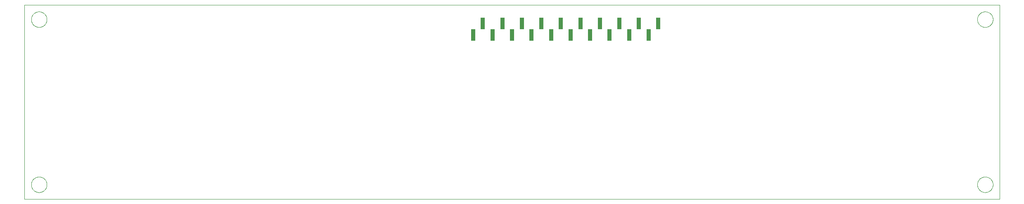
<source format=gbp>
G75*
%MOIN*%
%OFA0B0*%
%FSLAX25Y25*%
%IPPOS*%
%LPD*%
%AMOC8*
5,1,8,0,0,1.08239X$1,22.5*
%
%ADD10C,0.00000*%
%ADD11R,0.03346X0.09252*%
D10*
X0001000Y0001000D02*
X0001000Y0158480D01*
X0788402Y0158480D01*
X0788402Y0001000D01*
X0001000Y0001000D01*
X0006512Y0012811D02*
X0006514Y0012969D01*
X0006520Y0013127D01*
X0006530Y0013285D01*
X0006544Y0013443D01*
X0006562Y0013600D01*
X0006583Y0013757D01*
X0006609Y0013913D01*
X0006639Y0014069D01*
X0006672Y0014224D01*
X0006710Y0014377D01*
X0006751Y0014530D01*
X0006796Y0014682D01*
X0006845Y0014833D01*
X0006898Y0014982D01*
X0006954Y0015130D01*
X0007014Y0015276D01*
X0007078Y0015421D01*
X0007146Y0015564D01*
X0007217Y0015706D01*
X0007291Y0015846D01*
X0007369Y0015983D01*
X0007451Y0016119D01*
X0007535Y0016253D01*
X0007624Y0016384D01*
X0007715Y0016513D01*
X0007810Y0016640D01*
X0007907Y0016765D01*
X0008008Y0016887D01*
X0008112Y0017006D01*
X0008219Y0017123D01*
X0008329Y0017237D01*
X0008442Y0017348D01*
X0008557Y0017457D01*
X0008675Y0017562D01*
X0008796Y0017664D01*
X0008919Y0017764D01*
X0009045Y0017860D01*
X0009173Y0017953D01*
X0009303Y0018043D01*
X0009436Y0018129D01*
X0009571Y0018213D01*
X0009707Y0018292D01*
X0009846Y0018369D01*
X0009987Y0018441D01*
X0010129Y0018511D01*
X0010273Y0018576D01*
X0010419Y0018638D01*
X0010566Y0018696D01*
X0010715Y0018751D01*
X0010865Y0018802D01*
X0011016Y0018849D01*
X0011168Y0018892D01*
X0011321Y0018931D01*
X0011476Y0018967D01*
X0011631Y0018998D01*
X0011787Y0019026D01*
X0011943Y0019050D01*
X0012100Y0019070D01*
X0012258Y0019086D01*
X0012415Y0019098D01*
X0012574Y0019106D01*
X0012732Y0019110D01*
X0012890Y0019110D01*
X0013048Y0019106D01*
X0013207Y0019098D01*
X0013364Y0019086D01*
X0013522Y0019070D01*
X0013679Y0019050D01*
X0013835Y0019026D01*
X0013991Y0018998D01*
X0014146Y0018967D01*
X0014301Y0018931D01*
X0014454Y0018892D01*
X0014606Y0018849D01*
X0014757Y0018802D01*
X0014907Y0018751D01*
X0015056Y0018696D01*
X0015203Y0018638D01*
X0015349Y0018576D01*
X0015493Y0018511D01*
X0015635Y0018441D01*
X0015776Y0018369D01*
X0015915Y0018292D01*
X0016051Y0018213D01*
X0016186Y0018129D01*
X0016319Y0018043D01*
X0016449Y0017953D01*
X0016577Y0017860D01*
X0016703Y0017764D01*
X0016826Y0017664D01*
X0016947Y0017562D01*
X0017065Y0017457D01*
X0017180Y0017348D01*
X0017293Y0017237D01*
X0017403Y0017123D01*
X0017510Y0017006D01*
X0017614Y0016887D01*
X0017715Y0016765D01*
X0017812Y0016640D01*
X0017907Y0016513D01*
X0017998Y0016384D01*
X0018087Y0016253D01*
X0018171Y0016119D01*
X0018253Y0015983D01*
X0018331Y0015846D01*
X0018405Y0015706D01*
X0018476Y0015564D01*
X0018544Y0015421D01*
X0018608Y0015276D01*
X0018668Y0015130D01*
X0018724Y0014982D01*
X0018777Y0014833D01*
X0018826Y0014682D01*
X0018871Y0014530D01*
X0018912Y0014377D01*
X0018950Y0014224D01*
X0018983Y0014069D01*
X0019013Y0013913D01*
X0019039Y0013757D01*
X0019060Y0013600D01*
X0019078Y0013443D01*
X0019092Y0013285D01*
X0019102Y0013127D01*
X0019108Y0012969D01*
X0019110Y0012811D01*
X0019108Y0012653D01*
X0019102Y0012495D01*
X0019092Y0012337D01*
X0019078Y0012179D01*
X0019060Y0012022D01*
X0019039Y0011865D01*
X0019013Y0011709D01*
X0018983Y0011553D01*
X0018950Y0011398D01*
X0018912Y0011245D01*
X0018871Y0011092D01*
X0018826Y0010940D01*
X0018777Y0010789D01*
X0018724Y0010640D01*
X0018668Y0010492D01*
X0018608Y0010346D01*
X0018544Y0010201D01*
X0018476Y0010058D01*
X0018405Y0009916D01*
X0018331Y0009776D01*
X0018253Y0009639D01*
X0018171Y0009503D01*
X0018087Y0009369D01*
X0017998Y0009238D01*
X0017907Y0009109D01*
X0017812Y0008982D01*
X0017715Y0008857D01*
X0017614Y0008735D01*
X0017510Y0008616D01*
X0017403Y0008499D01*
X0017293Y0008385D01*
X0017180Y0008274D01*
X0017065Y0008165D01*
X0016947Y0008060D01*
X0016826Y0007958D01*
X0016703Y0007858D01*
X0016577Y0007762D01*
X0016449Y0007669D01*
X0016319Y0007579D01*
X0016186Y0007493D01*
X0016051Y0007409D01*
X0015915Y0007330D01*
X0015776Y0007253D01*
X0015635Y0007181D01*
X0015493Y0007111D01*
X0015349Y0007046D01*
X0015203Y0006984D01*
X0015056Y0006926D01*
X0014907Y0006871D01*
X0014757Y0006820D01*
X0014606Y0006773D01*
X0014454Y0006730D01*
X0014301Y0006691D01*
X0014146Y0006655D01*
X0013991Y0006624D01*
X0013835Y0006596D01*
X0013679Y0006572D01*
X0013522Y0006552D01*
X0013364Y0006536D01*
X0013207Y0006524D01*
X0013048Y0006516D01*
X0012890Y0006512D01*
X0012732Y0006512D01*
X0012574Y0006516D01*
X0012415Y0006524D01*
X0012258Y0006536D01*
X0012100Y0006552D01*
X0011943Y0006572D01*
X0011787Y0006596D01*
X0011631Y0006624D01*
X0011476Y0006655D01*
X0011321Y0006691D01*
X0011168Y0006730D01*
X0011016Y0006773D01*
X0010865Y0006820D01*
X0010715Y0006871D01*
X0010566Y0006926D01*
X0010419Y0006984D01*
X0010273Y0007046D01*
X0010129Y0007111D01*
X0009987Y0007181D01*
X0009846Y0007253D01*
X0009707Y0007330D01*
X0009571Y0007409D01*
X0009436Y0007493D01*
X0009303Y0007579D01*
X0009173Y0007669D01*
X0009045Y0007762D01*
X0008919Y0007858D01*
X0008796Y0007958D01*
X0008675Y0008060D01*
X0008557Y0008165D01*
X0008442Y0008274D01*
X0008329Y0008385D01*
X0008219Y0008499D01*
X0008112Y0008616D01*
X0008008Y0008735D01*
X0007907Y0008857D01*
X0007810Y0008982D01*
X0007715Y0009109D01*
X0007624Y0009238D01*
X0007535Y0009369D01*
X0007451Y0009503D01*
X0007369Y0009639D01*
X0007291Y0009776D01*
X0007217Y0009916D01*
X0007146Y0010058D01*
X0007078Y0010201D01*
X0007014Y0010346D01*
X0006954Y0010492D01*
X0006898Y0010640D01*
X0006845Y0010789D01*
X0006796Y0010940D01*
X0006751Y0011092D01*
X0006710Y0011245D01*
X0006672Y0011398D01*
X0006639Y0011553D01*
X0006609Y0011709D01*
X0006583Y0011865D01*
X0006562Y0012022D01*
X0006544Y0012179D01*
X0006530Y0012337D01*
X0006520Y0012495D01*
X0006514Y0012653D01*
X0006512Y0012811D01*
X0006512Y0146669D02*
X0006514Y0146827D01*
X0006520Y0146985D01*
X0006530Y0147143D01*
X0006544Y0147301D01*
X0006562Y0147458D01*
X0006583Y0147615D01*
X0006609Y0147771D01*
X0006639Y0147927D01*
X0006672Y0148082D01*
X0006710Y0148235D01*
X0006751Y0148388D01*
X0006796Y0148540D01*
X0006845Y0148691D01*
X0006898Y0148840D01*
X0006954Y0148988D01*
X0007014Y0149134D01*
X0007078Y0149279D01*
X0007146Y0149422D01*
X0007217Y0149564D01*
X0007291Y0149704D01*
X0007369Y0149841D01*
X0007451Y0149977D01*
X0007535Y0150111D01*
X0007624Y0150242D01*
X0007715Y0150371D01*
X0007810Y0150498D01*
X0007907Y0150623D01*
X0008008Y0150745D01*
X0008112Y0150864D01*
X0008219Y0150981D01*
X0008329Y0151095D01*
X0008442Y0151206D01*
X0008557Y0151315D01*
X0008675Y0151420D01*
X0008796Y0151522D01*
X0008919Y0151622D01*
X0009045Y0151718D01*
X0009173Y0151811D01*
X0009303Y0151901D01*
X0009436Y0151987D01*
X0009571Y0152071D01*
X0009707Y0152150D01*
X0009846Y0152227D01*
X0009987Y0152299D01*
X0010129Y0152369D01*
X0010273Y0152434D01*
X0010419Y0152496D01*
X0010566Y0152554D01*
X0010715Y0152609D01*
X0010865Y0152660D01*
X0011016Y0152707D01*
X0011168Y0152750D01*
X0011321Y0152789D01*
X0011476Y0152825D01*
X0011631Y0152856D01*
X0011787Y0152884D01*
X0011943Y0152908D01*
X0012100Y0152928D01*
X0012258Y0152944D01*
X0012415Y0152956D01*
X0012574Y0152964D01*
X0012732Y0152968D01*
X0012890Y0152968D01*
X0013048Y0152964D01*
X0013207Y0152956D01*
X0013364Y0152944D01*
X0013522Y0152928D01*
X0013679Y0152908D01*
X0013835Y0152884D01*
X0013991Y0152856D01*
X0014146Y0152825D01*
X0014301Y0152789D01*
X0014454Y0152750D01*
X0014606Y0152707D01*
X0014757Y0152660D01*
X0014907Y0152609D01*
X0015056Y0152554D01*
X0015203Y0152496D01*
X0015349Y0152434D01*
X0015493Y0152369D01*
X0015635Y0152299D01*
X0015776Y0152227D01*
X0015915Y0152150D01*
X0016051Y0152071D01*
X0016186Y0151987D01*
X0016319Y0151901D01*
X0016449Y0151811D01*
X0016577Y0151718D01*
X0016703Y0151622D01*
X0016826Y0151522D01*
X0016947Y0151420D01*
X0017065Y0151315D01*
X0017180Y0151206D01*
X0017293Y0151095D01*
X0017403Y0150981D01*
X0017510Y0150864D01*
X0017614Y0150745D01*
X0017715Y0150623D01*
X0017812Y0150498D01*
X0017907Y0150371D01*
X0017998Y0150242D01*
X0018087Y0150111D01*
X0018171Y0149977D01*
X0018253Y0149841D01*
X0018331Y0149704D01*
X0018405Y0149564D01*
X0018476Y0149422D01*
X0018544Y0149279D01*
X0018608Y0149134D01*
X0018668Y0148988D01*
X0018724Y0148840D01*
X0018777Y0148691D01*
X0018826Y0148540D01*
X0018871Y0148388D01*
X0018912Y0148235D01*
X0018950Y0148082D01*
X0018983Y0147927D01*
X0019013Y0147771D01*
X0019039Y0147615D01*
X0019060Y0147458D01*
X0019078Y0147301D01*
X0019092Y0147143D01*
X0019102Y0146985D01*
X0019108Y0146827D01*
X0019110Y0146669D01*
X0019108Y0146511D01*
X0019102Y0146353D01*
X0019092Y0146195D01*
X0019078Y0146037D01*
X0019060Y0145880D01*
X0019039Y0145723D01*
X0019013Y0145567D01*
X0018983Y0145411D01*
X0018950Y0145256D01*
X0018912Y0145103D01*
X0018871Y0144950D01*
X0018826Y0144798D01*
X0018777Y0144647D01*
X0018724Y0144498D01*
X0018668Y0144350D01*
X0018608Y0144204D01*
X0018544Y0144059D01*
X0018476Y0143916D01*
X0018405Y0143774D01*
X0018331Y0143634D01*
X0018253Y0143497D01*
X0018171Y0143361D01*
X0018087Y0143227D01*
X0017998Y0143096D01*
X0017907Y0142967D01*
X0017812Y0142840D01*
X0017715Y0142715D01*
X0017614Y0142593D01*
X0017510Y0142474D01*
X0017403Y0142357D01*
X0017293Y0142243D01*
X0017180Y0142132D01*
X0017065Y0142023D01*
X0016947Y0141918D01*
X0016826Y0141816D01*
X0016703Y0141716D01*
X0016577Y0141620D01*
X0016449Y0141527D01*
X0016319Y0141437D01*
X0016186Y0141351D01*
X0016051Y0141267D01*
X0015915Y0141188D01*
X0015776Y0141111D01*
X0015635Y0141039D01*
X0015493Y0140969D01*
X0015349Y0140904D01*
X0015203Y0140842D01*
X0015056Y0140784D01*
X0014907Y0140729D01*
X0014757Y0140678D01*
X0014606Y0140631D01*
X0014454Y0140588D01*
X0014301Y0140549D01*
X0014146Y0140513D01*
X0013991Y0140482D01*
X0013835Y0140454D01*
X0013679Y0140430D01*
X0013522Y0140410D01*
X0013364Y0140394D01*
X0013207Y0140382D01*
X0013048Y0140374D01*
X0012890Y0140370D01*
X0012732Y0140370D01*
X0012574Y0140374D01*
X0012415Y0140382D01*
X0012258Y0140394D01*
X0012100Y0140410D01*
X0011943Y0140430D01*
X0011787Y0140454D01*
X0011631Y0140482D01*
X0011476Y0140513D01*
X0011321Y0140549D01*
X0011168Y0140588D01*
X0011016Y0140631D01*
X0010865Y0140678D01*
X0010715Y0140729D01*
X0010566Y0140784D01*
X0010419Y0140842D01*
X0010273Y0140904D01*
X0010129Y0140969D01*
X0009987Y0141039D01*
X0009846Y0141111D01*
X0009707Y0141188D01*
X0009571Y0141267D01*
X0009436Y0141351D01*
X0009303Y0141437D01*
X0009173Y0141527D01*
X0009045Y0141620D01*
X0008919Y0141716D01*
X0008796Y0141816D01*
X0008675Y0141918D01*
X0008557Y0142023D01*
X0008442Y0142132D01*
X0008329Y0142243D01*
X0008219Y0142357D01*
X0008112Y0142474D01*
X0008008Y0142593D01*
X0007907Y0142715D01*
X0007810Y0142840D01*
X0007715Y0142967D01*
X0007624Y0143096D01*
X0007535Y0143227D01*
X0007451Y0143361D01*
X0007369Y0143497D01*
X0007291Y0143634D01*
X0007217Y0143774D01*
X0007146Y0143916D01*
X0007078Y0144059D01*
X0007014Y0144204D01*
X0006954Y0144350D01*
X0006898Y0144498D01*
X0006845Y0144647D01*
X0006796Y0144798D01*
X0006751Y0144950D01*
X0006710Y0145103D01*
X0006672Y0145256D01*
X0006639Y0145411D01*
X0006609Y0145567D01*
X0006583Y0145723D01*
X0006562Y0145880D01*
X0006544Y0146037D01*
X0006530Y0146195D01*
X0006520Y0146353D01*
X0006514Y0146511D01*
X0006512Y0146669D01*
X0770292Y0146669D02*
X0770294Y0146827D01*
X0770300Y0146985D01*
X0770310Y0147143D01*
X0770324Y0147301D01*
X0770342Y0147458D01*
X0770363Y0147615D01*
X0770389Y0147771D01*
X0770419Y0147927D01*
X0770452Y0148082D01*
X0770490Y0148235D01*
X0770531Y0148388D01*
X0770576Y0148540D01*
X0770625Y0148691D01*
X0770678Y0148840D01*
X0770734Y0148988D01*
X0770794Y0149134D01*
X0770858Y0149279D01*
X0770926Y0149422D01*
X0770997Y0149564D01*
X0771071Y0149704D01*
X0771149Y0149841D01*
X0771231Y0149977D01*
X0771315Y0150111D01*
X0771404Y0150242D01*
X0771495Y0150371D01*
X0771590Y0150498D01*
X0771687Y0150623D01*
X0771788Y0150745D01*
X0771892Y0150864D01*
X0771999Y0150981D01*
X0772109Y0151095D01*
X0772222Y0151206D01*
X0772337Y0151315D01*
X0772455Y0151420D01*
X0772576Y0151522D01*
X0772699Y0151622D01*
X0772825Y0151718D01*
X0772953Y0151811D01*
X0773083Y0151901D01*
X0773216Y0151987D01*
X0773351Y0152071D01*
X0773487Y0152150D01*
X0773626Y0152227D01*
X0773767Y0152299D01*
X0773909Y0152369D01*
X0774053Y0152434D01*
X0774199Y0152496D01*
X0774346Y0152554D01*
X0774495Y0152609D01*
X0774645Y0152660D01*
X0774796Y0152707D01*
X0774948Y0152750D01*
X0775101Y0152789D01*
X0775256Y0152825D01*
X0775411Y0152856D01*
X0775567Y0152884D01*
X0775723Y0152908D01*
X0775880Y0152928D01*
X0776038Y0152944D01*
X0776195Y0152956D01*
X0776354Y0152964D01*
X0776512Y0152968D01*
X0776670Y0152968D01*
X0776828Y0152964D01*
X0776987Y0152956D01*
X0777144Y0152944D01*
X0777302Y0152928D01*
X0777459Y0152908D01*
X0777615Y0152884D01*
X0777771Y0152856D01*
X0777926Y0152825D01*
X0778081Y0152789D01*
X0778234Y0152750D01*
X0778386Y0152707D01*
X0778537Y0152660D01*
X0778687Y0152609D01*
X0778836Y0152554D01*
X0778983Y0152496D01*
X0779129Y0152434D01*
X0779273Y0152369D01*
X0779415Y0152299D01*
X0779556Y0152227D01*
X0779695Y0152150D01*
X0779831Y0152071D01*
X0779966Y0151987D01*
X0780099Y0151901D01*
X0780229Y0151811D01*
X0780357Y0151718D01*
X0780483Y0151622D01*
X0780606Y0151522D01*
X0780727Y0151420D01*
X0780845Y0151315D01*
X0780960Y0151206D01*
X0781073Y0151095D01*
X0781183Y0150981D01*
X0781290Y0150864D01*
X0781394Y0150745D01*
X0781495Y0150623D01*
X0781592Y0150498D01*
X0781687Y0150371D01*
X0781778Y0150242D01*
X0781867Y0150111D01*
X0781951Y0149977D01*
X0782033Y0149841D01*
X0782111Y0149704D01*
X0782185Y0149564D01*
X0782256Y0149422D01*
X0782324Y0149279D01*
X0782388Y0149134D01*
X0782448Y0148988D01*
X0782504Y0148840D01*
X0782557Y0148691D01*
X0782606Y0148540D01*
X0782651Y0148388D01*
X0782692Y0148235D01*
X0782730Y0148082D01*
X0782763Y0147927D01*
X0782793Y0147771D01*
X0782819Y0147615D01*
X0782840Y0147458D01*
X0782858Y0147301D01*
X0782872Y0147143D01*
X0782882Y0146985D01*
X0782888Y0146827D01*
X0782890Y0146669D01*
X0782888Y0146511D01*
X0782882Y0146353D01*
X0782872Y0146195D01*
X0782858Y0146037D01*
X0782840Y0145880D01*
X0782819Y0145723D01*
X0782793Y0145567D01*
X0782763Y0145411D01*
X0782730Y0145256D01*
X0782692Y0145103D01*
X0782651Y0144950D01*
X0782606Y0144798D01*
X0782557Y0144647D01*
X0782504Y0144498D01*
X0782448Y0144350D01*
X0782388Y0144204D01*
X0782324Y0144059D01*
X0782256Y0143916D01*
X0782185Y0143774D01*
X0782111Y0143634D01*
X0782033Y0143497D01*
X0781951Y0143361D01*
X0781867Y0143227D01*
X0781778Y0143096D01*
X0781687Y0142967D01*
X0781592Y0142840D01*
X0781495Y0142715D01*
X0781394Y0142593D01*
X0781290Y0142474D01*
X0781183Y0142357D01*
X0781073Y0142243D01*
X0780960Y0142132D01*
X0780845Y0142023D01*
X0780727Y0141918D01*
X0780606Y0141816D01*
X0780483Y0141716D01*
X0780357Y0141620D01*
X0780229Y0141527D01*
X0780099Y0141437D01*
X0779966Y0141351D01*
X0779831Y0141267D01*
X0779695Y0141188D01*
X0779556Y0141111D01*
X0779415Y0141039D01*
X0779273Y0140969D01*
X0779129Y0140904D01*
X0778983Y0140842D01*
X0778836Y0140784D01*
X0778687Y0140729D01*
X0778537Y0140678D01*
X0778386Y0140631D01*
X0778234Y0140588D01*
X0778081Y0140549D01*
X0777926Y0140513D01*
X0777771Y0140482D01*
X0777615Y0140454D01*
X0777459Y0140430D01*
X0777302Y0140410D01*
X0777144Y0140394D01*
X0776987Y0140382D01*
X0776828Y0140374D01*
X0776670Y0140370D01*
X0776512Y0140370D01*
X0776354Y0140374D01*
X0776195Y0140382D01*
X0776038Y0140394D01*
X0775880Y0140410D01*
X0775723Y0140430D01*
X0775567Y0140454D01*
X0775411Y0140482D01*
X0775256Y0140513D01*
X0775101Y0140549D01*
X0774948Y0140588D01*
X0774796Y0140631D01*
X0774645Y0140678D01*
X0774495Y0140729D01*
X0774346Y0140784D01*
X0774199Y0140842D01*
X0774053Y0140904D01*
X0773909Y0140969D01*
X0773767Y0141039D01*
X0773626Y0141111D01*
X0773487Y0141188D01*
X0773351Y0141267D01*
X0773216Y0141351D01*
X0773083Y0141437D01*
X0772953Y0141527D01*
X0772825Y0141620D01*
X0772699Y0141716D01*
X0772576Y0141816D01*
X0772455Y0141918D01*
X0772337Y0142023D01*
X0772222Y0142132D01*
X0772109Y0142243D01*
X0771999Y0142357D01*
X0771892Y0142474D01*
X0771788Y0142593D01*
X0771687Y0142715D01*
X0771590Y0142840D01*
X0771495Y0142967D01*
X0771404Y0143096D01*
X0771315Y0143227D01*
X0771231Y0143361D01*
X0771149Y0143497D01*
X0771071Y0143634D01*
X0770997Y0143774D01*
X0770926Y0143916D01*
X0770858Y0144059D01*
X0770794Y0144204D01*
X0770734Y0144350D01*
X0770678Y0144498D01*
X0770625Y0144647D01*
X0770576Y0144798D01*
X0770531Y0144950D01*
X0770490Y0145103D01*
X0770452Y0145256D01*
X0770419Y0145411D01*
X0770389Y0145567D01*
X0770363Y0145723D01*
X0770342Y0145880D01*
X0770324Y0146037D01*
X0770310Y0146195D01*
X0770300Y0146353D01*
X0770294Y0146511D01*
X0770292Y0146669D01*
X0770292Y0012811D02*
X0770294Y0012969D01*
X0770300Y0013127D01*
X0770310Y0013285D01*
X0770324Y0013443D01*
X0770342Y0013600D01*
X0770363Y0013757D01*
X0770389Y0013913D01*
X0770419Y0014069D01*
X0770452Y0014224D01*
X0770490Y0014377D01*
X0770531Y0014530D01*
X0770576Y0014682D01*
X0770625Y0014833D01*
X0770678Y0014982D01*
X0770734Y0015130D01*
X0770794Y0015276D01*
X0770858Y0015421D01*
X0770926Y0015564D01*
X0770997Y0015706D01*
X0771071Y0015846D01*
X0771149Y0015983D01*
X0771231Y0016119D01*
X0771315Y0016253D01*
X0771404Y0016384D01*
X0771495Y0016513D01*
X0771590Y0016640D01*
X0771687Y0016765D01*
X0771788Y0016887D01*
X0771892Y0017006D01*
X0771999Y0017123D01*
X0772109Y0017237D01*
X0772222Y0017348D01*
X0772337Y0017457D01*
X0772455Y0017562D01*
X0772576Y0017664D01*
X0772699Y0017764D01*
X0772825Y0017860D01*
X0772953Y0017953D01*
X0773083Y0018043D01*
X0773216Y0018129D01*
X0773351Y0018213D01*
X0773487Y0018292D01*
X0773626Y0018369D01*
X0773767Y0018441D01*
X0773909Y0018511D01*
X0774053Y0018576D01*
X0774199Y0018638D01*
X0774346Y0018696D01*
X0774495Y0018751D01*
X0774645Y0018802D01*
X0774796Y0018849D01*
X0774948Y0018892D01*
X0775101Y0018931D01*
X0775256Y0018967D01*
X0775411Y0018998D01*
X0775567Y0019026D01*
X0775723Y0019050D01*
X0775880Y0019070D01*
X0776038Y0019086D01*
X0776195Y0019098D01*
X0776354Y0019106D01*
X0776512Y0019110D01*
X0776670Y0019110D01*
X0776828Y0019106D01*
X0776987Y0019098D01*
X0777144Y0019086D01*
X0777302Y0019070D01*
X0777459Y0019050D01*
X0777615Y0019026D01*
X0777771Y0018998D01*
X0777926Y0018967D01*
X0778081Y0018931D01*
X0778234Y0018892D01*
X0778386Y0018849D01*
X0778537Y0018802D01*
X0778687Y0018751D01*
X0778836Y0018696D01*
X0778983Y0018638D01*
X0779129Y0018576D01*
X0779273Y0018511D01*
X0779415Y0018441D01*
X0779556Y0018369D01*
X0779695Y0018292D01*
X0779831Y0018213D01*
X0779966Y0018129D01*
X0780099Y0018043D01*
X0780229Y0017953D01*
X0780357Y0017860D01*
X0780483Y0017764D01*
X0780606Y0017664D01*
X0780727Y0017562D01*
X0780845Y0017457D01*
X0780960Y0017348D01*
X0781073Y0017237D01*
X0781183Y0017123D01*
X0781290Y0017006D01*
X0781394Y0016887D01*
X0781495Y0016765D01*
X0781592Y0016640D01*
X0781687Y0016513D01*
X0781778Y0016384D01*
X0781867Y0016253D01*
X0781951Y0016119D01*
X0782033Y0015983D01*
X0782111Y0015846D01*
X0782185Y0015706D01*
X0782256Y0015564D01*
X0782324Y0015421D01*
X0782388Y0015276D01*
X0782448Y0015130D01*
X0782504Y0014982D01*
X0782557Y0014833D01*
X0782606Y0014682D01*
X0782651Y0014530D01*
X0782692Y0014377D01*
X0782730Y0014224D01*
X0782763Y0014069D01*
X0782793Y0013913D01*
X0782819Y0013757D01*
X0782840Y0013600D01*
X0782858Y0013443D01*
X0782872Y0013285D01*
X0782882Y0013127D01*
X0782888Y0012969D01*
X0782890Y0012811D01*
X0782888Y0012653D01*
X0782882Y0012495D01*
X0782872Y0012337D01*
X0782858Y0012179D01*
X0782840Y0012022D01*
X0782819Y0011865D01*
X0782793Y0011709D01*
X0782763Y0011553D01*
X0782730Y0011398D01*
X0782692Y0011245D01*
X0782651Y0011092D01*
X0782606Y0010940D01*
X0782557Y0010789D01*
X0782504Y0010640D01*
X0782448Y0010492D01*
X0782388Y0010346D01*
X0782324Y0010201D01*
X0782256Y0010058D01*
X0782185Y0009916D01*
X0782111Y0009776D01*
X0782033Y0009639D01*
X0781951Y0009503D01*
X0781867Y0009369D01*
X0781778Y0009238D01*
X0781687Y0009109D01*
X0781592Y0008982D01*
X0781495Y0008857D01*
X0781394Y0008735D01*
X0781290Y0008616D01*
X0781183Y0008499D01*
X0781073Y0008385D01*
X0780960Y0008274D01*
X0780845Y0008165D01*
X0780727Y0008060D01*
X0780606Y0007958D01*
X0780483Y0007858D01*
X0780357Y0007762D01*
X0780229Y0007669D01*
X0780099Y0007579D01*
X0779966Y0007493D01*
X0779831Y0007409D01*
X0779695Y0007330D01*
X0779556Y0007253D01*
X0779415Y0007181D01*
X0779273Y0007111D01*
X0779129Y0007046D01*
X0778983Y0006984D01*
X0778836Y0006926D01*
X0778687Y0006871D01*
X0778537Y0006820D01*
X0778386Y0006773D01*
X0778234Y0006730D01*
X0778081Y0006691D01*
X0777926Y0006655D01*
X0777771Y0006624D01*
X0777615Y0006596D01*
X0777459Y0006572D01*
X0777302Y0006552D01*
X0777144Y0006536D01*
X0776987Y0006524D01*
X0776828Y0006516D01*
X0776670Y0006512D01*
X0776512Y0006512D01*
X0776354Y0006516D01*
X0776195Y0006524D01*
X0776038Y0006536D01*
X0775880Y0006552D01*
X0775723Y0006572D01*
X0775567Y0006596D01*
X0775411Y0006624D01*
X0775256Y0006655D01*
X0775101Y0006691D01*
X0774948Y0006730D01*
X0774796Y0006773D01*
X0774645Y0006820D01*
X0774495Y0006871D01*
X0774346Y0006926D01*
X0774199Y0006984D01*
X0774053Y0007046D01*
X0773909Y0007111D01*
X0773767Y0007181D01*
X0773626Y0007253D01*
X0773487Y0007330D01*
X0773351Y0007409D01*
X0773216Y0007493D01*
X0773083Y0007579D01*
X0772953Y0007669D01*
X0772825Y0007762D01*
X0772699Y0007858D01*
X0772576Y0007958D01*
X0772455Y0008060D01*
X0772337Y0008165D01*
X0772222Y0008274D01*
X0772109Y0008385D01*
X0771999Y0008499D01*
X0771892Y0008616D01*
X0771788Y0008735D01*
X0771687Y0008857D01*
X0771590Y0008982D01*
X0771495Y0009109D01*
X0771404Y0009238D01*
X0771315Y0009369D01*
X0771231Y0009503D01*
X0771149Y0009639D01*
X0771071Y0009776D01*
X0770997Y0009916D01*
X0770926Y0010058D01*
X0770858Y0010201D01*
X0770794Y0010346D01*
X0770734Y0010492D01*
X0770678Y0010640D01*
X0770625Y0010789D01*
X0770576Y0010940D01*
X0770531Y0011092D01*
X0770490Y0011245D01*
X0770452Y0011398D01*
X0770419Y0011553D01*
X0770389Y0011709D01*
X0770363Y0011865D01*
X0770342Y0012022D01*
X0770324Y0012179D01*
X0770310Y0012337D01*
X0770300Y0012495D01*
X0770294Y0012653D01*
X0770292Y0012811D01*
D11*
X0504937Y0134169D03*
X0489189Y0134169D03*
X0473441Y0134169D03*
X0457693Y0134169D03*
X0441945Y0134169D03*
X0426197Y0134169D03*
X0410449Y0134169D03*
X0394701Y0134169D03*
X0378953Y0134169D03*
X0363205Y0134169D03*
X0371079Y0143421D03*
X0386827Y0143421D03*
X0402575Y0143421D03*
X0418323Y0143421D03*
X0434071Y0143421D03*
X0449819Y0143421D03*
X0465567Y0143421D03*
X0481315Y0143421D03*
X0497063Y0143421D03*
X0512811Y0143421D03*
M02*

</source>
